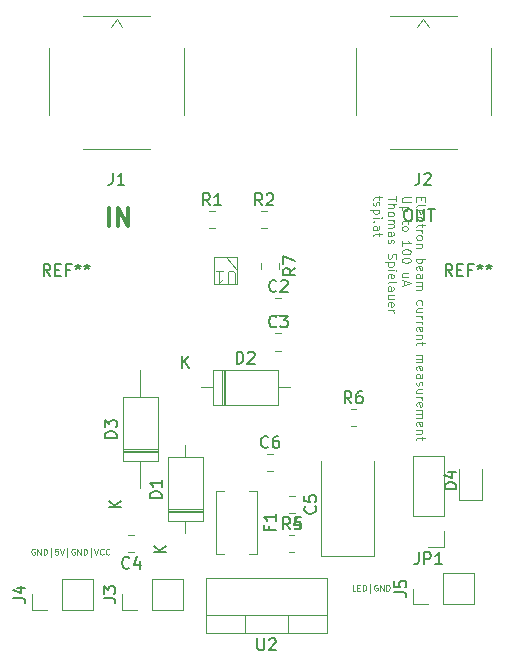
<source format=gto>
G04 #@! TF.GenerationSoftware,KiCad,Pcbnew,7.0.2*
G04 #@! TF.CreationDate,2024-02-06T18:16:05+01:00*
G04 #@! TF.ProjectId,ebeamMeasurement,65626561-6d4d-4656-9173-7572656d656e,rev?*
G04 #@! TF.SameCoordinates,Original*
G04 #@! TF.FileFunction,Legend,Top*
G04 #@! TF.FilePolarity,Positive*
%FSLAX46Y46*%
G04 Gerber Fmt 4.6, Leading zero omitted, Abs format (unit mm)*
G04 Created by KiCad (PCBNEW 7.0.2) date 2024-02-06 18:16:05*
%MOMM*%
%LPD*%
G01*
G04 APERTURE LIST*
%ADD10C,0.100000*%
%ADD11C,0.125000*%
%ADD12C,0.150000*%
%ADD13C,0.300000*%
%ADD14C,0.120000*%
G04 APERTURE END LIST*
D10*
X74779142Y-89092809D02*
X74541047Y-89092809D01*
X74541047Y-89092809D02*
X74541047Y-88592809D01*
X74945809Y-88830904D02*
X75112476Y-88830904D01*
X75183904Y-89092809D02*
X74945809Y-89092809D01*
X74945809Y-89092809D02*
X74945809Y-88592809D01*
X74945809Y-88592809D02*
X75183904Y-88592809D01*
X75398190Y-89092809D02*
X75398190Y-88592809D01*
X75398190Y-88592809D02*
X75517238Y-88592809D01*
X75517238Y-88592809D02*
X75588666Y-88616619D01*
X75588666Y-88616619D02*
X75636285Y-88664238D01*
X75636285Y-88664238D02*
X75660095Y-88711857D01*
X75660095Y-88711857D02*
X75683904Y-88807095D01*
X75683904Y-88807095D02*
X75683904Y-88878523D01*
X75683904Y-88878523D02*
X75660095Y-88973761D01*
X75660095Y-88973761D02*
X75636285Y-89021380D01*
X75636285Y-89021380D02*
X75588666Y-89069000D01*
X75588666Y-89069000D02*
X75517238Y-89092809D01*
X75517238Y-89092809D02*
X75398190Y-89092809D01*
X76017238Y-89259476D02*
X76017238Y-88545190D01*
X76636285Y-88616619D02*
X76588666Y-88592809D01*
X76588666Y-88592809D02*
X76517237Y-88592809D01*
X76517237Y-88592809D02*
X76445809Y-88616619D01*
X76445809Y-88616619D02*
X76398190Y-88664238D01*
X76398190Y-88664238D02*
X76374380Y-88711857D01*
X76374380Y-88711857D02*
X76350571Y-88807095D01*
X76350571Y-88807095D02*
X76350571Y-88878523D01*
X76350571Y-88878523D02*
X76374380Y-88973761D01*
X76374380Y-88973761D02*
X76398190Y-89021380D01*
X76398190Y-89021380D02*
X76445809Y-89069000D01*
X76445809Y-89069000D02*
X76517237Y-89092809D01*
X76517237Y-89092809D02*
X76564856Y-89092809D01*
X76564856Y-89092809D02*
X76636285Y-89069000D01*
X76636285Y-89069000D02*
X76660094Y-89045190D01*
X76660094Y-89045190D02*
X76660094Y-88878523D01*
X76660094Y-88878523D02*
X76564856Y-88878523D01*
X76874380Y-89092809D02*
X76874380Y-88592809D01*
X76874380Y-88592809D02*
X77160094Y-89092809D01*
X77160094Y-89092809D02*
X77160094Y-88592809D01*
X77398190Y-89092809D02*
X77398190Y-88592809D01*
X77398190Y-88592809D02*
X77517238Y-88592809D01*
X77517238Y-88592809D02*
X77588666Y-88616619D01*
X77588666Y-88616619D02*
X77636285Y-88664238D01*
X77636285Y-88664238D02*
X77660095Y-88711857D01*
X77660095Y-88711857D02*
X77683904Y-88807095D01*
X77683904Y-88807095D02*
X77683904Y-88878523D01*
X77683904Y-88878523D02*
X77660095Y-88973761D01*
X77660095Y-88973761D02*
X77636285Y-89021380D01*
X77636285Y-89021380D02*
X77588666Y-89069000D01*
X77588666Y-89069000D02*
X77517238Y-89092809D01*
X77517238Y-89092809D02*
X77398190Y-89092809D01*
D11*
X47624952Y-85568619D02*
X47577333Y-85544809D01*
X47577333Y-85544809D02*
X47505904Y-85544809D01*
X47505904Y-85544809D02*
X47434476Y-85568619D01*
X47434476Y-85568619D02*
X47386857Y-85616238D01*
X47386857Y-85616238D02*
X47363047Y-85663857D01*
X47363047Y-85663857D02*
X47339238Y-85759095D01*
X47339238Y-85759095D02*
X47339238Y-85830523D01*
X47339238Y-85830523D02*
X47363047Y-85925761D01*
X47363047Y-85925761D02*
X47386857Y-85973380D01*
X47386857Y-85973380D02*
X47434476Y-86021000D01*
X47434476Y-86021000D02*
X47505904Y-86044809D01*
X47505904Y-86044809D02*
X47553523Y-86044809D01*
X47553523Y-86044809D02*
X47624952Y-86021000D01*
X47624952Y-86021000D02*
X47648761Y-85997190D01*
X47648761Y-85997190D02*
X47648761Y-85830523D01*
X47648761Y-85830523D02*
X47553523Y-85830523D01*
X47863047Y-86044809D02*
X47863047Y-85544809D01*
X47863047Y-85544809D02*
X48148761Y-86044809D01*
X48148761Y-86044809D02*
X48148761Y-85544809D01*
X48386857Y-86044809D02*
X48386857Y-85544809D01*
X48386857Y-85544809D02*
X48505905Y-85544809D01*
X48505905Y-85544809D02*
X48577333Y-85568619D01*
X48577333Y-85568619D02*
X48624952Y-85616238D01*
X48624952Y-85616238D02*
X48648762Y-85663857D01*
X48648762Y-85663857D02*
X48672571Y-85759095D01*
X48672571Y-85759095D02*
X48672571Y-85830523D01*
X48672571Y-85830523D02*
X48648762Y-85925761D01*
X48648762Y-85925761D02*
X48624952Y-85973380D01*
X48624952Y-85973380D02*
X48577333Y-86021000D01*
X48577333Y-86021000D02*
X48505905Y-86044809D01*
X48505905Y-86044809D02*
X48386857Y-86044809D01*
X49005905Y-86211476D02*
X49005905Y-85497190D01*
X49601142Y-85544809D02*
X49363047Y-85544809D01*
X49363047Y-85544809D02*
X49339238Y-85782904D01*
X49339238Y-85782904D02*
X49363047Y-85759095D01*
X49363047Y-85759095D02*
X49410666Y-85735285D01*
X49410666Y-85735285D02*
X49529714Y-85735285D01*
X49529714Y-85735285D02*
X49577333Y-85759095D01*
X49577333Y-85759095D02*
X49601142Y-85782904D01*
X49601142Y-85782904D02*
X49624952Y-85830523D01*
X49624952Y-85830523D02*
X49624952Y-85949571D01*
X49624952Y-85949571D02*
X49601142Y-85997190D01*
X49601142Y-85997190D02*
X49577333Y-86021000D01*
X49577333Y-86021000D02*
X49529714Y-86044809D01*
X49529714Y-86044809D02*
X49410666Y-86044809D01*
X49410666Y-86044809D02*
X49363047Y-86021000D01*
X49363047Y-86021000D02*
X49339238Y-85997190D01*
X49767809Y-85544809D02*
X49934475Y-86044809D01*
X49934475Y-86044809D02*
X50101142Y-85544809D01*
X50386856Y-86211476D02*
X50386856Y-85497190D01*
X51005903Y-85568619D02*
X50958284Y-85544809D01*
X50958284Y-85544809D02*
X50886855Y-85544809D01*
X50886855Y-85544809D02*
X50815427Y-85568619D01*
X50815427Y-85568619D02*
X50767808Y-85616238D01*
X50767808Y-85616238D02*
X50743998Y-85663857D01*
X50743998Y-85663857D02*
X50720189Y-85759095D01*
X50720189Y-85759095D02*
X50720189Y-85830523D01*
X50720189Y-85830523D02*
X50743998Y-85925761D01*
X50743998Y-85925761D02*
X50767808Y-85973380D01*
X50767808Y-85973380D02*
X50815427Y-86021000D01*
X50815427Y-86021000D02*
X50886855Y-86044809D01*
X50886855Y-86044809D02*
X50934474Y-86044809D01*
X50934474Y-86044809D02*
X51005903Y-86021000D01*
X51005903Y-86021000D02*
X51029712Y-85997190D01*
X51029712Y-85997190D02*
X51029712Y-85830523D01*
X51029712Y-85830523D02*
X50934474Y-85830523D01*
X51243998Y-86044809D02*
X51243998Y-85544809D01*
X51243998Y-85544809D02*
X51529712Y-86044809D01*
X51529712Y-86044809D02*
X51529712Y-85544809D01*
X51767808Y-86044809D02*
X51767808Y-85544809D01*
X51767808Y-85544809D02*
X51886856Y-85544809D01*
X51886856Y-85544809D02*
X51958284Y-85568619D01*
X51958284Y-85568619D02*
X52005903Y-85616238D01*
X52005903Y-85616238D02*
X52029713Y-85663857D01*
X52029713Y-85663857D02*
X52053522Y-85759095D01*
X52053522Y-85759095D02*
X52053522Y-85830523D01*
X52053522Y-85830523D02*
X52029713Y-85925761D01*
X52029713Y-85925761D02*
X52005903Y-85973380D01*
X52005903Y-85973380D02*
X51958284Y-86021000D01*
X51958284Y-86021000D02*
X51886856Y-86044809D01*
X51886856Y-86044809D02*
X51767808Y-86044809D01*
X52386856Y-86211476D02*
X52386856Y-85497190D01*
X52672570Y-85544809D02*
X52839236Y-86044809D01*
X52839236Y-86044809D02*
X53005903Y-85544809D01*
X53458283Y-85997190D02*
X53434474Y-86021000D01*
X53434474Y-86021000D02*
X53363045Y-86044809D01*
X53363045Y-86044809D02*
X53315426Y-86044809D01*
X53315426Y-86044809D02*
X53243998Y-86021000D01*
X53243998Y-86021000D02*
X53196379Y-85973380D01*
X53196379Y-85973380D02*
X53172569Y-85925761D01*
X53172569Y-85925761D02*
X53148760Y-85830523D01*
X53148760Y-85830523D02*
X53148760Y-85759095D01*
X53148760Y-85759095D02*
X53172569Y-85663857D01*
X53172569Y-85663857D02*
X53196379Y-85616238D01*
X53196379Y-85616238D02*
X53243998Y-85568619D01*
X53243998Y-85568619D02*
X53315426Y-85544809D01*
X53315426Y-85544809D02*
X53363045Y-85544809D01*
X53363045Y-85544809D02*
X53434474Y-85568619D01*
X53434474Y-85568619D02*
X53458283Y-85592428D01*
X53958283Y-85997190D02*
X53934474Y-86021000D01*
X53934474Y-86021000D02*
X53863045Y-86044809D01*
X53863045Y-86044809D02*
X53815426Y-86044809D01*
X53815426Y-86044809D02*
X53743998Y-86021000D01*
X53743998Y-86021000D02*
X53696379Y-85973380D01*
X53696379Y-85973380D02*
X53672569Y-85925761D01*
X53672569Y-85925761D02*
X53648760Y-85830523D01*
X53648760Y-85830523D02*
X53648760Y-85759095D01*
X53648760Y-85759095D02*
X53672569Y-85663857D01*
X53672569Y-85663857D02*
X53696379Y-85616238D01*
X53696379Y-85616238D02*
X53743998Y-85568619D01*
X53743998Y-85568619D02*
X53815426Y-85544809D01*
X53815426Y-85544809D02*
X53863045Y-85544809D01*
X53863045Y-85544809D02*
X53934474Y-85568619D01*
X53934474Y-85568619D02*
X53958283Y-85592428D01*
D12*
X79168571Y-56789619D02*
X79359047Y-56789619D01*
X79359047Y-56789619D02*
X79454285Y-56837238D01*
X79454285Y-56837238D02*
X79549523Y-56932476D01*
X79549523Y-56932476D02*
X79597142Y-57122952D01*
X79597142Y-57122952D02*
X79597142Y-57456285D01*
X79597142Y-57456285D02*
X79549523Y-57646761D01*
X79549523Y-57646761D02*
X79454285Y-57742000D01*
X79454285Y-57742000D02*
X79359047Y-57789619D01*
X79359047Y-57789619D02*
X79168571Y-57789619D01*
X79168571Y-57789619D02*
X79073333Y-57742000D01*
X79073333Y-57742000D02*
X78978095Y-57646761D01*
X78978095Y-57646761D02*
X78930476Y-57456285D01*
X78930476Y-57456285D02*
X78930476Y-57122952D01*
X78930476Y-57122952D02*
X78978095Y-56932476D01*
X78978095Y-56932476D02*
X79073333Y-56837238D01*
X79073333Y-56837238D02*
X79168571Y-56789619D01*
X80025714Y-56789619D02*
X80025714Y-57599142D01*
X80025714Y-57599142D02*
X80073333Y-57694380D01*
X80073333Y-57694380D02*
X80120952Y-57742000D01*
X80120952Y-57742000D02*
X80216190Y-57789619D01*
X80216190Y-57789619D02*
X80406666Y-57789619D01*
X80406666Y-57789619D02*
X80501904Y-57742000D01*
X80501904Y-57742000D02*
X80549523Y-57694380D01*
X80549523Y-57694380D02*
X80597142Y-57599142D01*
X80597142Y-57599142D02*
X80597142Y-56789619D01*
X80930476Y-56789619D02*
X81501904Y-56789619D01*
X81216190Y-57789619D02*
X81216190Y-56789619D01*
D13*
X53951142Y-58236428D02*
X53951142Y-56736428D01*
X54665428Y-58236428D02*
X54665428Y-56736428D01*
X54665428Y-56736428D02*
X55522571Y-58236428D01*
X55522571Y-58236428D02*
X55522571Y-56736428D01*
D14*
X80329642Y-55804571D02*
X80329642Y-56054571D01*
X79936785Y-56161714D02*
X79936785Y-55804571D01*
X79936785Y-55804571D02*
X80686785Y-55804571D01*
X80686785Y-55804571D02*
X80686785Y-56161714D01*
X79936785Y-56590285D02*
X79972500Y-56518856D01*
X79972500Y-56518856D02*
X80043928Y-56483142D01*
X80043928Y-56483142D02*
X80686785Y-56483142D01*
X79972500Y-57161713D02*
X79936785Y-57090285D01*
X79936785Y-57090285D02*
X79936785Y-56947428D01*
X79936785Y-56947428D02*
X79972500Y-56875999D01*
X79972500Y-56875999D02*
X80043928Y-56840285D01*
X80043928Y-56840285D02*
X80329642Y-56840285D01*
X80329642Y-56840285D02*
X80401071Y-56875999D01*
X80401071Y-56875999D02*
X80436785Y-56947428D01*
X80436785Y-56947428D02*
X80436785Y-57090285D01*
X80436785Y-57090285D02*
X80401071Y-57161713D01*
X80401071Y-57161713D02*
X80329642Y-57197428D01*
X80329642Y-57197428D02*
X80258214Y-57197428D01*
X80258214Y-57197428D02*
X80186785Y-56840285D01*
X79972500Y-57840285D02*
X79936785Y-57768856D01*
X79936785Y-57768856D02*
X79936785Y-57625999D01*
X79936785Y-57625999D02*
X79972500Y-57554570D01*
X79972500Y-57554570D02*
X80008214Y-57518856D01*
X80008214Y-57518856D02*
X80079642Y-57483142D01*
X80079642Y-57483142D02*
X80293928Y-57483142D01*
X80293928Y-57483142D02*
X80365357Y-57518856D01*
X80365357Y-57518856D02*
X80401071Y-57554570D01*
X80401071Y-57554570D02*
X80436785Y-57625999D01*
X80436785Y-57625999D02*
X80436785Y-57768856D01*
X80436785Y-57768856D02*
X80401071Y-57840285D01*
X80436785Y-58054570D02*
X80436785Y-58340284D01*
X80686785Y-58161713D02*
X80043928Y-58161713D01*
X80043928Y-58161713D02*
X79972500Y-58197427D01*
X79972500Y-58197427D02*
X79936785Y-58268856D01*
X79936785Y-58268856D02*
X79936785Y-58340284D01*
X79936785Y-58590284D02*
X80436785Y-58590284D01*
X80293928Y-58590284D02*
X80365357Y-58625998D01*
X80365357Y-58625998D02*
X80401071Y-58661713D01*
X80401071Y-58661713D02*
X80436785Y-58733141D01*
X80436785Y-58733141D02*
X80436785Y-58804570D01*
X79936785Y-59161713D02*
X79972500Y-59090284D01*
X79972500Y-59090284D02*
X80008214Y-59054570D01*
X80008214Y-59054570D02*
X80079642Y-59018856D01*
X80079642Y-59018856D02*
X80293928Y-59018856D01*
X80293928Y-59018856D02*
X80365357Y-59054570D01*
X80365357Y-59054570D02*
X80401071Y-59090284D01*
X80401071Y-59090284D02*
X80436785Y-59161713D01*
X80436785Y-59161713D02*
X80436785Y-59268856D01*
X80436785Y-59268856D02*
X80401071Y-59340284D01*
X80401071Y-59340284D02*
X80365357Y-59375999D01*
X80365357Y-59375999D02*
X80293928Y-59411713D01*
X80293928Y-59411713D02*
X80079642Y-59411713D01*
X80079642Y-59411713D02*
X80008214Y-59375999D01*
X80008214Y-59375999D02*
X79972500Y-59340284D01*
X79972500Y-59340284D02*
X79936785Y-59268856D01*
X79936785Y-59268856D02*
X79936785Y-59161713D01*
X80436785Y-59733141D02*
X79936785Y-59733141D01*
X80365357Y-59733141D02*
X80401071Y-59768855D01*
X80401071Y-59768855D02*
X80436785Y-59840284D01*
X80436785Y-59840284D02*
X80436785Y-59947427D01*
X80436785Y-59947427D02*
X80401071Y-60018855D01*
X80401071Y-60018855D02*
X80329642Y-60054570D01*
X80329642Y-60054570D02*
X79936785Y-60054570D01*
X79936785Y-60983141D02*
X80686785Y-60983141D01*
X80401071Y-60983141D02*
X80436785Y-61054570D01*
X80436785Y-61054570D02*
X80436785Y-61197427D01*
X80436785Y-61197427D02*
X80401071Y-61268855D01*
X80401071Y-61268855D02*
X80365357Y-61304570D01*
X80365357Y-61304570D02*
X80293928Y-61340284D01*
X80293928Y-61340284D02*
X80079642Y-61340284D01*
X80079642Y-61340284D02*
X80008214Y-61304570D01*
X80008214Y-61304570D02*
X79972500Y-61268855D01*
X79972500Y-61268855D02*
X79936785Y-61197427D01*
X79936785Y-61197427D02*
X79936785Y-61054570D01*
X79936785Y-61054570D02*
X79972500Y-60983141D01*
X79972500Y-61947426D02*
X79936785Y-61875998D01*
X79936785Y-61875998D02*
X79936785Y-61733141D01*
X79936785Y-61733141D02*
X79972500Y-61661712D01*
X79972500Y-61661712D02*
X80043928Y-61625998D01*
X80043928Y-61625998D02*
X80329642Y-61625998D01*
X80329642Y-61625998D02*
X80401071Y-61661712D01*
X80401071Y-61661712D02*
X80436785Y-61733141D01*
X80436785Y-61733141D02*
X80436785Y-61875998D01*
X80436785Y-61875998D02*
X80401071Y-61947426D01*
X80401071Y-61947426D02*
X80329642Y-61983141D01*
X80329642Y-61983141D02*
X80258214Y-61983141D01*
X80258214Y-61983141D02*
X80186785Y-61625998D01*
X79936785Y-62625998D02*
X80329642Y-62625998D01*
X80329642Y-62625998D02*
X80401071Y-62590283D01*
X80401071Y-62590283D02*
X80436785Y-62518855D01*
X80436785Y-62518855D02*
X80436785Y-62375998D01*
X80436785Y-62375998D02*
X80401071Y-62304569D01*
X79972500Y-62625998D02*
X79936785Y-62554569D01*
X79936785Y-62554569D02*
X79936785Y-62375998D01*
X79936785Y-62375998D02*
X79972500Y-62304569D01*
X79972500Y-62304569D02*
X80043928Y-62268855D01*
X80043928Y-62268855D02*
X80115357Y-62268855D01*
X80115357Y-62268855D02*
X80186785Y-62304569D01*
X80186785Y-62304569D02*
X80222500Y-62375998D01*
X80222500Y-62375998D02*
X80222500Y-62554569D01*
X80222500Y-62554569D02*
X80258214Y-62625998D01*
X79936785Y-62983140D02*
X80436785Y-62983140D01*
X80365357Y-62983140D02*
X80401071Y-63018854D01*
X80401071Y-63018854D02*
X80436785Y-63090283D01*
X80436785Y-63090283D02*
X80436785Y-63197426D01*
X80436785Y-63197426D02*
X80401071Y-63268854D01*
X80401071Y-63268854D02*
X80329642Y-63304569D01*
X80329642Y-63304569D02*
X79936785Y-63304569D01*
X80329642Y-63304569D02*
X80401071Y-63340283D01*
X80401071Y-63340283D02*
X80436785Y-63411711D01*
X80436785Y-63411711D02*
X80436785Y-63518854D01*
X80436785Y-63518854D02*
X80401071Y-63590283D01*
X80401071Y-63590283D02*
X80329642Y-63625997D01*
X80329642Y-63625997D02*
X79936785Y-63625997D01*
X79972500Y-64875998D02*
X79936785Y-64804569D01*
X79936785Y-64804569D02*
X79936785Y-64661712D01*
X79936785Y-64661712D02*
X79972500Y-64590283D01*
X79972500Y-64590283D02*
X80008214Y-64554569D01*
X80008214Y-64554569D02*
X80079642Y-64518855D01*
X80079642Y-64518855D02*
X80293928Y-64518855D01*
X80293928Y-64518855D02*
X80365357Y-64554569D01*
X80365357Y-64554569D02*
X80401071Y-64590283D01*
X80401071Y-64590283D02*
X80436785Y-64661712D01*
X80436785Y-64661712D02*
X80436785Y-64804569D01*
X80436785Y-64804569D02*
X80401071Y-64875998D01*
X80436785Y-65518855D02*
X79936785Y-65518855D01*
X80436785Y-65197426D02*
X80043928Y-65197426D01*
X80043928Y-65197426D02*
X79972500Y-65233140D01*
X79972500Y-65233140D02*
X79936785Y-65304569D01*
X79936785Y-65304569D02*
X79936785Y-65411712D01*
X79936785Y-65411712D02*
X79972500Y-65483140D01*
X79972500Y-65483140D02*
X80008214Y-65518855D01*
X79936785Y-65875997D02*
X80436785Y-65875997D01*
X80293928Y-65875997D02*
X80365357Y-65911711D01*
X80365357Y-65911711D02*
X80401071Y-65947426D01*
X80401071Y-65947426D02*
X80436785Y-66018854D01*
X80436785Y-66018854D02*
X80436785Y-66090283D01*
X79936785Y-66340283D02*
X80436785Y-66340283D01*
X80293928Y-66340283D02*
X80365357Y-66375997D01*
X80365357Y-66375997D02*
X80401071Y-66411712D01*
X80401071Y-66411712D02*
X80436785Y-66483140D01*
X80436785Y-66483140D02*
X80436785Y-66554569D01*
X79972500Y-67090283D02*
X79936785Y-67018855D01*
X79936785Y-67018855D02*
X79936785Y-66875998D01*
X79936785Y-66875998D02*
X79972500Y-66804569D01*
X79972500Y-66804569D02*
X80043928Y-66768855D01*
X80043928Y-66768855D02*
X80329642Y-66768855D01*
X80329642Y-66768855D02*
X80401071Y-66804569D01*
X80401071Y-66804569D02*
X80436785Y-66875998D01*
X80436785Y-66875998D02*
X80436785Y-67018855D01*
X80436785Y-67018855D02*
X80401071Y-67090283D01*
X80401071Y-67090283D02*
X80329642Y-67125998D01*
X80329642Y-67125998D02*
X80258214Y-67125998D01*
X80258214Y-67125998D02*
X80186785Y-66768855D01*
X80436785Y-67447426D02*
X79936785Y-67447426D01*
X80365357Y-67447426D02*
X80401071Y-67483140D01*
X80401071Y-67483140D02*
X80436785Y-67554569D01*
X80436785Y-67554569D02*
X80436785Y-67661712D01*
X80436785Y-67661712D02*
X80401071Y-67733140D01*
X80401071Y-67733140D02*
X80329642Y-67768855D01*
X80329642Y-67768855D02*
X79936785Y-67768855D01*
X80436785Y-68018854D02*
X80436785Y-68304568D01*
X80686785Y-68125997D02*
X80043928Y-68125997D01*
X80043928Y-68125997D02*
X79972500Y-68161711D01*
X79972500Y-68161711D02*
X79936785Y-68233140D01*
X79936785Y-68233140D02*
X79936785Y-68304568D01*
X79936785Y-69125997D02*
X80436785Y-69125997D01*
X80365357Y-69125997D02*
X80401071Y-69161711D01*
X80401071Y-69161711D02*
X80436785Y-69233140D01*
X80436785Y-69233140D02*
X80436785Y-69340283D01*
X80436785Y-69340283D02*
X80401071Y-69411711D01*
X80401071Y-69411711D02*
X80329642Y-69447426D01*
X80329642Y-69447426D02*
X79936785Y-69447426D01*
X80329642Y-69447426D02*
X80401071Y-69483140D01*
X80401071Y-69483140D02*
X80436785Y-69554568D01*
X80436785Y-69554568D02*
X80436785Y-69661711D01*
X80436785Y-69661711D02*
X80401071Y-69733140D01*
X80401071Y-69733140D02*
X80329642Y-69768854D01*
X80329642Y-69768854D02*
X79936785Y-69768854D01*
X79972500Y-70411711D02*
X79936785Y-70340283D01*
X79936785Y-70340283D02*
X79936785Y-70197426D01*
X79936785Y-70197426D02*
X79972500Y-70125997D01*
X79972500Y-70125997D02*
X80043928Y-70090283D01*
X80043928Y-70090283D02*
X80329642Y-70090283D01*
X80329642Y-70090283D02*
X80401071Y-70125997D01*
X80401071Y-70125997D02*
X80436785Y-70197426D01*
X80436785Y-70197426D02*
X80436785Y-70340283D01*
X80436785Y-70340283D02*
X80401071Y-70411711D01*
X80401071Y-70411711D02*
X80329642Y-70447426D01*
X80329642Y-70447426D02*
X80258214Y-70447426D01*
X80258214Y-70447426D02*
X80186785Y-70090283D01*
X79936785Y-71090283D02*
X80329642Y-71090283D01*
X80329642Y-71090283D02*
X80401071Y-71054568D01*
X80401071Y-71054568D02*
X80436785Y-70983140D01*
X80436785Y-70983140D02*
X80436785Y-70840283D01*
X80436785Y-70840283D02*
X80401071Y-70768854D01*
X79972500Y-71090283D02*
X79936785Y-71018854D01*
X79936785Y-71018854D02*
X79936785Y-70840283D01*
X79936785Y-70840283D02*
X79972500Y-70768854D01*
X79972500Y-70768854D02*
X80043928Y-70733140D01*
X80043928Y-70733140D02*
X80115357Y-70733140D01*
X80115357Y-70733140D02*
X80186785Y-70768854D01*
X80186785Y-70768854D02*
X80222500Y-70840283D01*
X80222500Y-70840283D02*
X80222500Y-71018854D01*
X80222500Y-71018854D02*
X80258214Y-71090283D01*
X79972500Y-71411711D02*
X79936785Y-71483139D01*
X79936785Y-71483139D02*
X79936785Y-71625996D01*
X79936785Y-71625996D02*
X79972500Y-71697425D01*
X79972500Y-71697425D02*
X80043928Y-71733139D01*
X80043928Y-71733139D02*
X80079642Y-71733139D01*
X80079642Y-71733139D02*
X80151071Y-71697425D01*
X80151071Y-71697425D02*
X80186785Y-71625996D01*
X80186785Y-71625996D02*
X80186785Y-71518854D01*
X80186785Y-71518854D02*
X80222500Y-71447425D01*
X80222500Y-71447425D02*
X80293928Y-71411711D01*
X80293928Y-71411711D02*
X80329642Y-71411711D01*
X80329642Y-71411711D02*
X80401071Y-71447425D01*
X80401071Y-71447425D02*
X80436785Y-71518854D01*
X80436785Y-71518854D02*
X80436785Y-71625996D01*
X80436785Y-71625996D02*
X80401071Y-71697425D01*
X80436785Y-72375997D02*
X79936785Y-72375997D01*
X80436785Y-72054568D02*
X80043928Y-72054568D01*
X80043928Y-72054568D02*
X79972500Y-72090282D01*
X79972500Y-72090282D02*
X79936785Y-72161711D01*
X79936785Y-72161711D02*
X79936785Y-72268854D01*
X79936785Y-72268854D02*
X79972500Y-72340282D01*
X79972500Y-72340282D02*
X80008214Y-72375997D01*
X79936785Y-72733139D02*
X80436785Y-72733139D01*
X80293928Y-72733139D02*
X80365357Y-72768853D01*
X80365357Y-72768853D02*
X80401071Y-72804568D01*
X80401071Y-72804568D02*
X80436785Y-72875996D01*
X80436785Y-72875996D02*
X80436785Y-72947425D01*
X79972500Y-73483139D02*
X79936785Y-73411711D01*
X79936785Y-73411711D02*
X79936785Y-73268854D01*
X79936785Y-73268854D02*
X79972500Y-73197425D01*
X79972500Y-73197425D02*
X80043928Y-73161711D01*
X80043928Y-73161711D02*
X80329642Y-73161711D01*
X80329642Y-73161711D02*
X80401071Y-73197425D01*
X80401071Y-73197425D02*
X80436785Y-73268854D01*
X80436785Y-73268854D02*
X80436785Y-73411711D01*
X80436785Y-73411711D02*
X80401071Y-73483139D01*
X80401071Y-73483139D02*
X80329642Y-73518854D01*
X80329642Y-73518854D02*
X80258214Y-73518854D01*
X80258214Y-73518854D02*
X80186785Y-73161711D01*
X79936785Y-73840282D02*
X80436785Y-73840282D01*
X80365357Y-73840282D02*
X80401071Y-73875996D01*
X80401071Y-73875996D02*
X80436785Y-73947425D01*
X80436785Y-73947425D02*
X80436785Y-74054568D01*
X80436785Y-74054568D02*
X80401071Y-74125996D01*
X80401071Y-74125996D02*
X80329642Y-74161711D01*
X80329642Y-74161711D02*
X79936785Y-74161711D01*
X80329642Y-74161711D02*
X80401071Y-74197425D01*
X80401071Y-74197425D02*
X80436785Y-74268853D01*
X80436785Y-74268853D02*
X80436785Y-74375996D01*
X80436785Y-74375996D02*
X80401071Y-74447425D01*
X80401071Y-74447425D02*
X80329642Y-74483139D01*
X80329642Y-74483139D02*
X79936785Y-74483139D01*
X79972500Y-75125996D02*
X79936785Y-75054568D01*
X79936785Y-75054568D02*
X79936785Y-74911711D01*
X79936785Y-74911711D02*
X79972500Y-74840282D01*
X79972500Y-74840282D02*
X80043928Y-74804568D01*
X80043928Y-74804568D02*
X80329642Y-74804568D01*
X80329642Y-74804568D02*
X80401071Y-74840282D01*
X80401071Y-74840282D02*
X80436785Y-74911711D01*
X80436785Y-74911711D02*
X80436785Y-75054568D01*
X80436785Y-75054568D02*
X80401071Y-75125996D01*
X80401071Y-75125996D02*
X80329642Y-75161711D01*
X80329642Y-75161711D02*
X80258214Y-75161711D01*
X80258214Y-75161711D02*
X80186785Y-74804568D01*
X80436785Y-75483139D02*
X79936785Y-75483139D01*
X80365357Y-75483139D02*
X80401071Y-75518853D01*
X80401071Y-75518853D02*
X80436785Y-75590282D01*
X80436785Y-75590282D02*
X80436785Y-75697425D01*
X80436785Y-75697425D02*
X80401071Y-75768853D01*
X80401071Y-75768853D02*
X80329642Y-75804568D01*
X80329642Y-75804568D02*
X79936785Y-75804568D01*
X80436785Y-76054567D02*
X80436785Y-76340281D01*
X80686785Y-76161710D02*
X80043928Y-76161710D01*
X80043928Y-76161710D02*
X79972500Y-76197424D01*
X79972500Y-76197424D02*
X79936785Y-76268853D01*
X79936785Y-76268853D02*
X79936785Y-76340281D01*
X79471785Y-55804571D02*
X78864642Y-55804571D01*
X78864642Y-55804571D02*
X78793214Y-55840285D01*
X78793214Y-55840285D02*
X78757500Y-55876000D01*
X78757500Y-55876000D02*
X78721785Y-55947428D01*
X78721785Y-55947428D02*
X78721785Y-56090285D01*
X78721785Y-56090285D02*
X78757500Y-56161714D01*
X78757500Y-56161714D02*
X78793214Y-56197428D01*
X78793214Y-56197428D02*
X78864642Y-56233142D01*
X78864642Y-56233142D02*
X79471785Y-56233142D01*
X79221785Y-56590285D02*
X78471785Y-56590285D01*
X79186071Y-56590285D02*
X79221785Y-56661714D01*
X79221785Y-56661714D02*
X79221785Y-56804571D01*
X79221785Y-56804571D02*
X79186071Y-56875999D01*
X79186071Y-56875999D02*
X79150357Y-56911714D01*
X79150357Y-56911714D02*
X79078928Y-56947428D01*
X79078928Y-56947428D02*
X78864642Y-56947428D01*
X78864642Y-56947428D02*
X78793214Y-56911714D01*
X78793214Y-56911714D02*
X78757500Y-56875999D01*
X78757500Y-56875999D02*
X78721785Y-56804571D01*
X78721785Y-56804571D02*
X78721785Y-56661714D01*
X78721785Y-56661714D02*
X78757500Y-56590285D01*
X79221785Y-57733142D02*
X79221785Y-58018856D01*
X79471785Y-57840285D02*
X78828928Y-57840285D01*
X78828928Y-57840285D02*
X78757500Y-57875999D01*
X78757500Y-57875999D02*
X78721785Y-57947428D01*
X78721785Y-57947428D02*
X78721785Y-58018856D01*
X78721785Y-58375999D02*
X78757500Y-58304570D01*
X78757500Y-58304570D02*
X78793214Y-58268856D01*
X78793214Y-58268856D02*
X78864642Y-58233142D01*
X78864642Y-58233142D02*
X79078928Y-58233142D01*
X79078928Y-58233142D02*
X79150357Y-58268856D01*
X79150357Y-58268856D02*
X79186071Y-58304570D01*
X79186071Y-58304570D02*
X79221785Y-58375999D01*
X79221785Y-58375999D02*
X79221785Y-58483142D01*
X79221785Y-58483142D02*
X79186071Y-58554570D01*
X79186071Y-58554570D02*
X79150357Y-58590285D01*
X79150357Y-58590285D02*
X79078928Y-58625999D01*
X79078928Y-58625999D02*
X78864642Y-58625999D01*
X78864642Y-58625999D02*
X78793214Y-58590285D01*
X78793214Y-58590285D02*
X78757500Y-58554570D01*
X78757500Y-58554570D02*
X78721785Y-58483142D01*
X78721785Y-58483142D02*
X78721785Y-58375999D01*
X78721785Y-59911713D02*
X78721785Y-59483142D01*
X78721785Y-59697427D02*
X79471785Y-59697427D01*
X79471785Y-59697427D02*
X79364642Y-59625999D01*
X79364642Y-59625999D02*
X79293214Y-59554570D01*
X79293214Y-59554570D02*
X79257500Y-59483142D01*
X79471785Y-60375999D02*
X79471785Y-60447428D01*
X79471785Y-60447428D02*
X79436071Y-60518856D01*
X79436071Y-60518856D02*
X79400357Y-60554571D01*
X79400357Y-60554571D02*
X79328928Y-60590285D01*
X79328928Y-60590285D02*
X79186071Y-60625999D01*
X79186071Y-60625999D02*
X79007500Y-60625999D01*
X79007500Y-60625999D02*
X78864642Y-60590285D01*
X78864642Y-60590285D02*
X78793214Y-60554571D01*
X78793214Y-60554571D02*
X78757500Y-60518856D01*
X78757500Y-60518856D02*
X78721785Y-60447428D01*
X78721785Y-60447428D02*
X78721785Y-60375999D01*
X78721785Y-60375999D02*
X78757500Y-60304571D01*
X78757500Y-60304571D02*
X78793214Y-60268856D01*
X78793214Y-60268856D02*
X78864642Y-60233142D01*
X78864642Y-60233142D02*
X79007500Y-60197428D01*
X79007500Y-60197428D02*
X79186071Y-60197428D01*
X79186071Y-60197428D02*
X79328928Y-60233142D01*
X79328928Y-60233142D02*
X79400357Y-60268856D01*
X79400357Y-60268856D02*
X79436071Y-60304571D01*
X79436071Y-60304571D02*
X79471785Y-60375999D01*
X79471785Y-61090285D02*
X79471785Y-61161714D01*
X79471785Y-61161714D02*
X79436071Y-61233142D01*
X79436071Y-61233142D02*
X79400357Y-61268857D01*
X79400357Y-61268857D02*
X79328928Y-61304571D01*
X79328928Y-61304571D02*
X79186071Y-61340285D01*
X79186071Y-61340285D02*
X79007500Y-61340285D01*
X79007500Y-61340285D02*
X78864642Y-61304571D01*
X78864642Y-61304571D02*
X78793214Y-61268857D01*
X78793214Y-61268857D02*
X78757500Y-61233142D01*
X78757500Y-61233142D02*
X78721785Y-61161714D01*
X78721785Y-61161714D02*
X78721785Y-61090285D01*
X78721785Y-61090285D02*
X78757500Y-61018857D01*
X78757500Y-61018857D02*
X78793214Y-60983142D01*
X78793214Y-60983142D02*
X78864642Y-60947428D01*
X78864642Y-60947428D02*
X79007500Y-60911714D01*
X79007500Y-60911714D02*
X79186071Y-60911714D01*
X79186071Y-60911714D02*
X79328928Y-60947428D01*
X79328928Y-60947428D02*
X79400357Y-60983142D01*
X79400357Y-60983142D02*
X79436071Y-61018857D01*
X79436071Y-61018857D02*
X79471785Y-61090285D01*
X79221785Y-62554572D02*
X78721785Y-62554572D01*
X79221785Y-62233143D02*
X78828928Y-62233143D01*
X78828928Y-62233143D02*
X78757500Y-62268857D01*
X78757500Y-62268857D02*
X78721785Y-62340286D01*
X78721785Y-62340286D02*
X78721785Y-62447429D01*
X78721785Y-62447429D02*
X78757500Y-62518857D01*
X78757500Y-62518857D02*
X78793214Y-62554572D01*
X78936071Y-62876000D02*
X78936071Y-63233143D01*
X78721785Y-62804571D02*
X79471785Y-63054571D01*
X79471785Y-63054571D02*
X78721785Y-63304571D01*
X78256785Y-55697428D02*
X78256785Y-56126000D01*
X77506785Y-55911714D02*
X78256785Y-55911714D01*
X77506785Y-56376000D02*
X78256785Y-56376000D01*
X77506785Y-56697429D02*
X77899642Y-56697429D01*
X77899642Y-56697429D02*
X77971071Y-56661714D01*
X77971071Y-56661714D02*
X78006785Y-56590286D01*
X78006785Y-56590286D02*
X78006785Y-56483143D01*
X78006785Y-56483143D02*
X77971071Y-56411714D01*
X77971071Y-56411714D02*
X77935357Y-56376000D01*
X77506785Y-57161714D02*
X77542500Y-57090285D01*
X77542500Y-57090285D02*
X77578214Y-57054571D01*
X77578214Y-57054571D02*
X77649642Y-57018857D01*
X77649642Y-57018857D02*
X77863928Y-57018857D01*
X77863928Y-57018857D02*
X77935357Y-57054571D01*
X77935357Y-57054571D02*
X77971071Y-57090285D01*
X77971071Y-57090285D02*
X78006785Y-57161714D01*
X78006785Y-57161714D02*
X78006785Y-57268857D01*
X78006785Y-57268857D02*
X77971071Y-57340285D01*
X77971071Y-57340285D02*
X77935357Y-57376000D01*
X77935357Y-57376000D02*
X77863928Y-57411714D01*
X77863928Y-57411714D02*
X77649642Y-57411714D01*
X77649642Y-57411714D02*
X77578214Y-57376000D01*
X77578214Y-57376000D02*
X77542500Y-57340285D01*
X77542500Y-57340285D02*
X77506785Y-57268857D01*
X77506785Y-57268857D02*
X77506785Y-57161714D01*
X77506785Y-57733142D02*
X78006785Y-57733142D01*
X77935357Y-57733142D02*
X77971071Y-57768856D01*
X77971071Y-57768856D02*
X78006785Y-57840285D01*
X78006785Y-57840285D02*
X78006785Y-57947428D01*
X78006785Y-57947428D02*
X77971071Y-58018856D01*
X77971071Y-58018856D02*
X77899642Y-58054571D01*
X77899642Y-58054571D02*
X77506785Y-58054571D01*
X77899642Y-58054571D02*
X77971071Y-58090285D01*
X77971071Y-58090285D02*
X78006785Y-58161713D01*
X78006785Y-58161713D02*
X78006785Y-58268856D01*
X78006785Y-58268856D02*
X77971071Y-58340285D01*
X77971071Y-58340285D02*
X77899642Y-58375999D01*
X77899642Y-58375999D02*
X77506785Y-58375999D01*
X77506785Y-59054571D02*
X77899642Y-59054571D01*
X77899642Y-59054571D02*
X77971071Y-59018856D01*
X77971071Y-59018856D02*
X78006785Y-58947428D01*
X78006785Y-58947428D02*
X78006785Y-58804571D01*
X78006785Y-58804571D02*
X77971071Y-58733142D01*
X77542500Y-59054571D02*
X77506785Y-58983142D01*
X77506785Y-58983142D02*
X77506785Y-58804571D01*
X77506785Y-58804571D02*
X77542500Y-58733142D01*
X77542500Y-58733142D02*
X77613928Y-58697428D01*
X77613928Y-58697428D02*
X77685357Y-58697428D01*
X77685357Y-58697428D02*
X77756785Y-58733142D01*
X77756785Y-58733142D02*
X77792500Y-58804571D01*
X77792500Y-58804571D02*
X77792500Y-58983142D01*
X77792500Y-58983142D02*
X77828214Y-59054571D01*
X77542500Y-59375999D02*
X77506785Y-59447427D01*
X77506785Y-59447427D02*
X77506785Y-59590284D01*
X77506785Y-59590284D02*
X77542500Y-59661713D01*
X77542500Y-59661713D02*
X77613928Y-59697427D01*
X77613928Y-59697427D02*
X77649642Y-59697427D01*
X77649642Y-59697427D02*
X77721071Y-59661713D01*
X77721071Y-59661713D02*
X77756785Y-59590284D01*
X77756785Y-59590284D02*
X77756785Y-59483142D01*
X77756785Y-59483142D02*
X77792500Y-59411713D01*
X77792500Y-59411713D02*
X77863928Y-59375999D01*
X77863928Y-59375999D02*
X77899642Y-59375999D01*
X77899642Y-59375999D02*
X77971071Y-59411713D01*
X77971071Y-59411713D02*
X78006785Y-59483142D01*
X78006785Y-59483142D02*
X78006785Y-59590284D01*
X78006785Y-59590284D02*
X77971071Y-59661713D01*
X77542500Y-60554571D02*
X77506785Y-60661714D01*
X77506785Y-60661714D02*
X77506785Y-60840285D01*
X77506785Y-60840285D02*
X77542500Y-60911714D01*
X77542500Y-60911714D02*
X77578214Y-60947428D01*
X77578214Y-60947428D02*
X77649642Y-60983142D01*
X77649642Y-60983142D02*
X77721071Y-60983142D01*
X77721071Y-60983142D02*
X77792500Y-60947428D01*
X77792500Y-60947428D02*
X77828214Y-60911714D01*
X77828214Y-60911714D02*
X77863928Y-60840285D01*
X77863928Y-60840285D02*
X77899642Y-60697428D01*
X77899642Y-60697428D02*
X77935357Y-60625999D01*
X77935357Y-60625999D02*
X77971071Y-60590285D01*
X77971071Y-60590285D02*
X78042500Y-60554571D01*
X78042500Y-60554571D02*
X78113928Y-60554571D01*
X78113928Y-60554571D02*
X78185357Y-60590285D01*
X78185357Y-60590285D02*
X78221071Y-60625999D01*
X78221071Y-60625999D02*
X78256785Y-60697428D01*
X78256785Y-60697428D02*
X78256785Y-60875999D01*
X78256785Y-60875999D02*
X78221071Y-60983142D01*
X78006785Y-61304571D02*
X77256785Y-61304571D01*
X77971071Y-61304571D02*
X78006785Y-61376000D01*
X78006785Y-61376000D02*
X78006785Y-61518857D01*
X78006785Y-61518857D02*
X77971071Y-61590285D01*
X77971071Y-61590285D02*
X77935357Y-61626000D01*
X77935357Y-61626000D02*
X77863928Y-61661714D01*
X77863928Y-61661714D02*
X77649642Y-61661714D01*
X77649642Y-61661714D02*
X77578214Y-61626000D01*
X77578214Y-61626000D02*
X77542500Y-61590285D01*
X77542500Y-61590285D02*
X77506785Y-61518857D01*
X77506785Y-61518857D02*
X77506785Y-61376000D01*
X77506785Y-61376000D02*
X77542500Y-61304571D01*
X77506785Y-61983142D02*
X78006785Y-61983142D01*
X78256785Y-61983142D02*
X78221071Y-61947428D01*
X78221071Y-61947428D02*
X78185357Y-61983142D01*
X78185357Y-61983142D02*
X78221071Y-62018856D01*
X78221071Y-62018856D02*
X78256785Y-61983142D01*
X78256785Y-61983142D02*
X78185357Y-61983142D01*
X77542500Y-62625999D02*
X77506785Y-62554571D01*
X77506785Y-62554571D02*
X77506785Y-62411714D01*
X77506785Y-62411714D02*
X77542500Y-62340285D01*
X77542500Y-62340285D02*
X77613928Y-62304571D01*
X77613928Y-62304571D02*
X77899642Y-62304571D01*
X77899642Y-62304571D02*
X77971071Y-62340285D01*
X77971071Y-62340285D02*
X78006785Y-62411714D01*
X78006785Y-62411714D02*
X78006785Y-62554571D01*
X78006785Y-62554571D02*
X77971071Y-62625999D01*
X77971071Y-62625999D02*
X77899642Y-62661714D01*
X77899642Y-62661714D02*
X77828214Y-62661714D01*
X77828214Y-62661714D02*
X77756785Y-62304571D01*
X77506785Y-63090285D02*
X77542500Y-63018856D01*
X77542500Y-63018856D02*
X77613928Y-62983142D01*
X77613928Y-62983142D02*
X78256785Y-62983142D01*
X77506785Y-63697428D02*
X77899642Y-63697428D01*
X77899642Y-63697428D02*
X77971071Y-63661713D01*
X77971071Y-63661713D02*
X78006785Y-63590285D01*
X78006785Y-63590285D02*
X78006785Y-63447428D01*
X78006785Y-63447428D02*
X77971071Y-63375999D01*
X77542500Y-63697428D02*
X77506785Y-63625999D01*
X77506785Y-63625999D02*
X77506785Y-63447428D01*
X77506785Y-63447428D02*
X77542500Y-63375999D01*
X77542500Y-63375999D02*
X77613928Y-63340285D01*
X77613928Y-63340285D02*
X77685357Y-63340285D01*
X77685357Y-63340285D02*
X77756785Y-63375999D01*
X77756785Y-63375999D02*
X77792500Y-63447428D01*
X77792500Y-63447428D02*
X77792500Y-63625999D01*
X77792500Y-63625999D02*
X77828214Y-63697428D01*
X78006785Y-64375999D02*
X77506785Y-64375999D01*
X78006785Y-64054570D02*
X77613928Y-64054570D01*
X77613928Y-64054570D02*
X77542500Y-64090284D01*
X77542500Y-64090284D02*
X77506785Y-64161713D01*
X77506785Y-64161713D02*
X77506785Y-64268856D01*
X77506785Y-64268856D02*
X77542500Y-64340284D01*
X77542500Y-64340284D02*
X77578214Y-64375999D01*
X77542500Y-65018855D02*
X77506785Y-64947427D01*
X77506785Y-64947427D02*
X77506785Y-64804570D01*
X77506785Y-64804570D02*
X77542500Y-64733141D01*
X77542500Y-64733141D02*
X77613928Y-64697427D01*
X77613928Y-64697427D02*
X77899642Y-64697427D01*
X77899642Y-64697427D02*
X77971071Y-64733141D01*
X77971071Y-64733141D02*
X78006785Y-64804570D01*
X78006785Y-64804570D02*
X78006785Y-64947427D01*
X78006785Y-64947427D02*
X77971071Y-65018855D01*
X77971071Y-65018855D02*
X77899642Y-65054570D01*
X77899642Y-65054570D02*
X77828214Y-65054570D01*
X77828214Y-65054570D02*
X77756785Y-64697427D01*
X77506785Y-65375998D02*
X78006785Y-65375998D01*
X77863928Y-65375998D02*
X77935357Y-65411712D01*
X77935357Y-65411712D02*
X77971071Y-65447427D01*
X77971071Y-65447427D02*
X78006785Y-65518855D01*
X78006785Y-65518855D02*
X78006785Y-65590284D01*
X76791785Y-55697428D02*
X76791785Y-55983142D01*
X77041785Y-55804571D02*
X76398928Y-55804571D01*
X76398928Y-55804571D02*
X76327500Y-55840285D01*
X76327500Y-55840285D02*
X76291785Y-55911714D01*
X76291785Y-55911714D02*
X76291785Y-55983142D01*
X76327500Y-56197428D02*
X76291785Y-56268856D01*
X76291785Y-56268856D02*
X76291785Y-56411713D01*
X76291785Y-56411713D02*
X76327500Y-56483142D01*
X76327500Y-56483142D02*
X76398928Y-56518856D01*
X76398928Y-56518856D02*
X76434642Y-56518856D01*
X76434642Y-56518856D02*
X76506071Y-56483142D01*
X76506071Y-56483142D02*
X76541785Y-56411713D01*
X76541785Y-56411713D02*
X76541785Y-56304571D01*
X76541785Y-56304571D02*
X76577500Y-56233142D01*
X76577500Y-56233142D02*
X76648928Y-56197428D01*
X76648928Y-56197428D02*
X76684642Y-56197428D01*
X76684642Y-56197428D02*
X76756071Y-56233142D01*
X76756071Y-56233142D02*
X76791785Y-56304571D01*
X76791785Y-56304571D02*
X76791785Y-56411713D01*
X76791785Y-56411713D02*
X76756071Y-56483142D01*
X76791785Y-56840285D02*
X76041785Y-56840285D01*
X76756071Y-56840285D02*
X76791785Y-56911714D01*
X76791785Y-56911714D02*
X76791785Y-57054571D01*
X76791785Y-57054571D02*
X76756071Y-57125999D01*
X76756071Y-57125999D02*
X76720357Y-57161714D01*
X76720357Y-57161714D02*
X76648928Y-57197428D01*
X76648928Y-57197428D02*
X76434642Y-57197428D01*
X76434642Y-57197428D02*
X76363214Y-57161714D01*
X76363214Y-57161714D02*
X76327500Y-57125999D01*
X76327500Y-57125999D02*
X76291785Y-57054571D01*
X76291785Y-57054571D02*
X76291785Y-56911714D01*
X76291785Y-56911714D02*
X76327500Y-56840285D01*
X76291785Y-57518856D02*
X76791785Y-57518856D01*
X77041785Y-57518856D02*
X77006071Y-57483142D01*
X77006071Y-57483142D02*
X76970357Y-57518856D01*
X76970357Y-57518856D02*
X77006071Y-57554570D01*
X77006071Y-57554570D02*
X77041785Y-57518856D01*
X77041785Y-57518856D02*
X76970357Y-57518856D01*
X76363214Y-57875999D02*
X76327500Y-57911713D01*
X76327500Y-57911713D02*
X76291785Y-57875999D01*
X76291785Y-57875999D02*
X76327500Y-57840285D01*
X76327500Y-57840285D02*
X76363214Y-57875999D01*
X76363214Y-57875999D02*
X76291785Y-57875999D01*
X76291785Y-58554571D02*
X76684642Y-58554571D01*
X76684642Y-58554571D02*
X76756071Y-58518856D01*
X76756071Y-58518856D02*
X76791785Y-58447428D01*
X76791785Y-58447428D02*
X76791785Y-58304571D01*
X76791785Y-58304571D02*
X76756071Y-58233142D01*
X76327500Y-58554571D02*
X76291785Y-58483142D01*
X76291785Y-58483142D02*
X76291785Y-58304571D01*
X76291785Y-58304571D02*
X76327500Y-58233142D01*
X76327500Y-58233142D02*
X76398928Y-58197428D01*
X76398928Y-58197428D02*
X76470357Y-58197428D01*
X76470357Y-58197428D02*
X76541785Y-58233142D01*
X76541785Y-58233142D02*
X76577500Y-58304571D01*
X76577500Y-58304571D02*
X76577500Y-58483142D01*
X76577500Y-58483142D02*
X76613214Y-58554571D01*
X76791785Y-58804570D02*
X76791785Y-59090284D01*
X77041785Y-58911713D02*
X76398928Y-58911713D01*
X76398928Y-58911713D02*
X76327500Y-58947427D01*
X76327500Y-58947427D02*
X76291785Y-59018856D01*
X76291785Y-59018856D02*
X76291785Y-59090284D01*
D12*
G04 #@! TO.C,REF\u002A\u002A*
X48958666Y-62448619D02*
X48625333Y-61972428D01*
X48387238Y-62448619D02*
X48387238Y-61448619D01*
X48387238Y-61448619D02*
X48768190Y-61448619D01*
X48768190Y-61448619D02*
X48863428Y-61496238D01*
X48863428Y-61496238D02*
X48911047Y-61543857D01*
X48911047Y-61543857D02*
X48958666Y-61639095D01*
X48958666Y-61639095D02*
X48958666Y-61781952D01*
X48958666Y-61781952D02*
X48911047Y-61877190D01*
X48911047Y-61877190D02*
X48863428Y-61924809D01*
X48863428Y-61924809D02*
X48768190Y-61972428D01*
X48768190Y-61972428D02*
X48387238Y-61972428D01*
X49387238Y-61924809D02*
X49720571Y-61924809D01*
X49863428Y-62448619D02*
X49387238Y-62448619D01*
X49387238Y-62448619D02*
X49387238Y-61448619D01*
X49387238Y-61448619D02*
X49863428Y-61448619D01*
X50625333Y-61924809D02*
X50292000Y-61924809D01*
X50292000Y-62448619D02*
X50292000Y-61448619D01*
X50292000Y-61448619D02*
X50768190Y-61448619D01*
X51292000Y-61448619D02*
X51292000Y-61686714D01*
X51053905Y-61591476D02*
X51292000Y-61686714D01*
X51292000Y-61686714D02*
X51530095Y-61591476D01*
X51149143Y-61877190D02*
X51292000Y-61686714D01*
X51292000Y-61686714D02*
X51434857Y-61877190D01*
X52053905Y-61448619D02*
X52053905Y-61686714D01*
X51815810Y-61591476D02*
X52053905Y-61686714D01*
X52053905Y-61686714D02*
X52292000Y-61591476D01*
X51911048Y-61877190D02*
X52053905Y-61686714D01*
X52053905Y-61686714D02*
X52196762Y-61877190D01*
X82994666Y-62448619D02*
X82661333Y-61972428D01*
X82423238Y-62448619D02*
X82423238Y-61448619D01*
X82423238Y-61448619D02*
X82804190Y-61448619D01*
X82804190Y-61448619D02*
X82899428Y-61496238D01*
X82899428Y-61496238D02*
X82947047Y-61543857D01*
X82947047Y-61543857D02*
X82994666Y-61639095D01*
X82994666Y-61639095D02*
X82994666Y-61781952D01*
X82994666Y-61781952D02*
X82947047Y-61877190D01*
X82947047Y-61877190D02*
X82899428Y-61924809D01*
X82899428Y-61924809D02*
X82804190Y-61972428D01*
X82804190Y-61972428D02*
X82423238Y-61972428D01*
X83423238Y-61924809D02*
X83756571Y-61924809D01*
X83899428Y-62448619D02*
X83423238Y-62448619D01*
X83423238Y-62448619D02*
X83423238Y-61448619D01*
X83423238Y-61448619D02*
X83899428Y-61448619D01*
X84661333Y-61924809D02*
X84328000Y-61924809D01*
X84328000Y-62448619D02*
X84328000Y-61448619D01*
X84328000Y-61448619D02*
X84804190Y-61448619D01*
X85328000Y-61448619D02*
X85328000Y-61686714D01*
X85089905Y-61591476D02*
X85328000Y-61686714D01*
X85328000Y-61686714D02*
X85566095Y-61591476D01*
X85185143Y-61877190D02*
X85328000Y-61686714D01*
X85328000Y-61686714D02*
X85470857Y-61877190D01*
X86089905Y-61448619D02*
X86089905Y-61686714D01*
X85851810Y-61591476D02*
X86089905Y-61686714D01*
X86089905Y-61686714D02*
X86328000Y-61591476D01*
X85947048Y-61877190D02*
X86089905Y-61686714D01*
X86089905Y-61686714D02*
X86232762Y-61877190D01*
G04 #@! TO.C,R2*
X66889333Y-56470619D02*
X66556000Y-55994428D01*
X66317905Y-56470619D02*
X66317905Y-55470619D01*
X66317905Y-55470619D02*
X66698857Y-55470619D01*
X66698857Y-55470619D02*
X66794095Y-55518238D01*
X66794095Y-55518238D02*
X66841714Y-55565857D01*
X66841714Y-55565857D02*
X66889333Y-55661095D01*
X66889333Y-55661095D02*
X66889333Y-55803952D01*
X66889333Y-55803952D02*
X66841714Y-55899190D01*
X66841714Y-55899190D02*
X66794095Y-55946809D01*
X66794095Y-55946809D02*
X66698857Y-55994428D01*
X66698857Y-55994428D02*
X66317905Y-55994428D01*
X67270286Y-55565857D02*
X67317905Y-55518238D01*
X67317905Y-55518238D02*
X67413143Y-55470619D01*
X67413143Y-55470619D02*
X67651238Y-55470619D01*
X67651238Y-55470619D02*
X67746476Y-55518238D01*
X67746476Y-55518238D02*
X67794095Y-55565857D01*
X67794095Y-55565857D02*
X67841714Y-55661095D01*
X67841714Y-55661095D02*
X67841714Y-55756333D01*
X67841714Y-55756333D02*
X67794095Y-55899190D01*
X67794095Y-55899190D02*
X67222667Y-56470619D01*
X67222667Y-56470619D02*
X67841714Y-56470619D01*
G04 #@! TO.C,R1*
X62467833Y-56470619D02*
X62134500Y-55994428D01*
X61896405Y-56470619D02*
X61896405Y-55470619D01*
X61896405Y-55470619D02*
X62277357Y-55470619D01*
X62277357Y-55470619D02*
X62372595Y-55518238D01*
X62372595Y-55518238D02*
X62420214Y-55565857D01*
X62420214Y-55565857D02*
X62467833Y-55661095D01*
X62467833Y-55661095D02*
X62467833Y-55803952D01*
X62467833Y-55803952D02*
X62420214Y-55899190D01*
X62420214Y-55899190D02*
X62372595Y-55946809D01*
X62372595Y-55946809D02*
X62277357Y-55994428D01*
X62277357Y-55994428D02*
X61896405Y-55994428D01*
X63420214Y-56470619D02*
X62848786Y-56470619D01*
X63134500Y-56470619D02*
X63134500Y-55470619D01*
X63134500Y-55470619D02*
X63039262Y-55613476D01*
X63039262Y-55613476D02*
X62944024Y-55708714D01*
X62944024Y-55708714D02*
X62848786Y-55756333D01*
G04 #@! TO.C,U2*
X66487095Y-93140619D02*
X66487095Y-93950142D01*
X66487095Y-93950142D02*
X66534714Y-94045380D01*
X66534714Y-94045380D02*
X66582333Y-94093000D01*
X66582333Y-94093000D02*
X66677571Y-94140619D01*
X66677571Y-94140619D02*
X66868047Y-94140619D01*
X66868047Y-94140619D02*
X66963285Y-94093000D01*
X66963285Y-94093000D02*
X67010904Y-94045380D01*
X67010904Y-94045380D02*
X67058523Y-93950142D01*
X67058523Y-93950142D02*
X67058523Y-93140619D01*
X67487095Y-93235857D02*
X67534714Y-93188238D01*
X67534714Y-93188238D02*
X67629952Y-93140619D01*
X67629952Y-93140619D02*
X67868047Y-93140619D01*
X67868047Y-93140619D02*
X67963285Y-93188238D01*
X67963285Y-93188238D02*
X68010904Y-93235857D01*
X68010904Y-93235857D02*
X68058523Y-93331095D01*
X68058523Y-93331095D02*
X68058523Y-93426333D01*
X68058523Y-93426333D02*
X68010904Y-93569190D01*
X68010904Y-93569190D02*
X67439476Y-94140619D01*
X67439476Y-94140619D02*
X68058523Y-94140619D01*
D10*
G04 #@! TO.C,U1*
X64552904Y-63013380D02*
X64552904Y-62203857D01*
X64552904Y-62203857D02*
X64505285Y-62108619D01*
X64505285Y-62108619D02*
X64457666Y-62061000D01*
X64457666Y-62061000D02*
X64362428Y-62013380D01*
X64362428Y-62013380D02*
X64171952Y-62013380D01*
X64171952Y-62013380D02*
X64076714Y-62061000D01*
X64076714Y-62061000D02*
X64029095Y-62108619D01*
X64029095Y-62108619D02*
X63981476Y-62203857D01*
X63981476Y-62203857D02*
X63981476Y-63013380D01*
X62981476Y-62013380D02*
X63552904Y-62013380D01*
X63267190Y-62013380D02*
X63267190Y-63013380D01*
X63267190Y-63013380D02*
X63362428Y-62870523D01*
X63362428Y-62870523D02*
X63457666Y-62775285D01*
X63457666Y-62775285D02*
X63552904Y-62727666D01*
D12*
G04 #@! TO.C,R7*
X69676619Y-61785166D02*
X69200428Y-62118499D01*
X69676619Y-62356594D02*
X68676619Y-62356594D01*
X68676619Y-62356594D02*
X68676619Y-61975642D01*
X68676619Y-61975642D02*
X68724238Y-61880404D01*
X68724238Y-61880404D02*
X68771857Y-61832785D01*
X68771857Y-61832785D02*
X68867095Y-61785166D01*
X68867095Y-61785166D02*
X69009952Y-61785166D01*
X69009952Y-61785166D02*
X69105190Y-61832785D01*
X69105190Y-61832785D02*
X69152809Y-61880404D01*
X69152809Y-61880404D02*
X69200428Y-61975642D01*
X69200428Y-61975642D02*
X69200428Y-62356594D01*
X68676619Y-61451832D02*
X68676619Y-60785166D01*
X68676619Y-60785166D02*
X69676619Y-61213737D01*
G04 #@! TO.C,R6*
X74443333Y-73234619D02*
X74110000Y-72758428D01*
X73871905Y-73234619D02*
X73871905Y-72234619D01*
X73871905Y-72234619D02*
X74252857Y-72234619D01*
X74252857Y-72234619D02*
X74348095Y-72282238D01*
X74348095Y-72282238D02*
X74395714Y-72329857D01*
X74395714Y-72329857D02*
X74443333Y-72425095D01*
X74443333Y-72425095D02*
X74443333Y-72567952D01*
X74443333Y-72567952D02*
X74395714Y-72663190D01*
X74395714Y-72663190D02*
X74348095Y-72710809D01*
X74348095Y-72710809D02*
X74252857Y-72758428D01*
X74252857Y-72758428D02*
X73871905Y-72758428D01*
X75300476Y-72234619D02*
X75110000Y-72234619D01*
X75110000Y-72234619D02*
X75014762Y-72282238D01*
X75014762Y-72282238D02*
X74967143Y-72329857D01*
X74967143Y-72329857D02*
X74871905Y-72472714D01*
X74871905Y-72472714D02*
X74824286Y-72663190D01*
X74824286Y-72663190D02*
X74824286Y-73044142D01*
X74824286Y-73044142D02*
X74871905Y-73139380D01*
X74871905Y-73139380D02*
X74919524Y-73187000D01*
X74919524Y-73187000D02*
X75014762Y-73234619D01*
X75014762Y-73234619D02*
X75205238Y-73234619D01*
X75205238Y-73234619D02*
X75300476Y-73187000D01*
X75300476Y-73187000D02*
X75348095Y-73139380D01*
X75348095Y-73139380D02*
X75395714Y-73044142D01*
X75395714Y-73044142D02*
X75395714Y-72806047D01*
X75395714Y-72806047D02*
X75348095Y-72710809D01*
X75348095Y-72710809D02*
X75300476Y-72663190D01*
X75300476Y-72663190D02*
X75205238Y-72615571D01*
X75205238Y-72615571D02*
X75014762Y-72615571D01*
X75014762Y-72615571D02*
X74919524Y-72663190D01*
X74919524Y-72663190D02*
X74871905Y-72710809D01*
X74871905Y-72710809D02*
X74824286Y-72806047D01*
G04 #@! TO.C,R5*
X69259833Y-83900619D02*
X68926500Y-83424428D01*
X68688405Y-83900619D02*
X68688405Y-82900619D01*
X68688405Y-82900619D02*
X69069357Y-82900619D01*
X69069357Y-82900619D02*
X69164595Y-82948238D01*
X69164595Y-82948238D02*
X69212214Y-82995857D01*
X69212214Y-82995857D02*
X69259833Y-83091095D01*
X69259833Y-83091095D02*
X69259833Y-83233952D01*
X69259833Y-83233952D02*
X69212214Y-83329190D01*
X69212214Y-83329190D02*
X69164595Y-83376809D01*
X69164595Y-83376809D02*
X69069357Y-83424428D01*
X69069357Y-83424428D02*
X68688405Y-83424428D01*
X70164595Y-82900619D02*
X69688405Y-82900619D01*
X69688405Y-82900619D02*
X69640786Y-83376809D01*
X69640786Y-83376809D02*
X69688405Y-83329190D01*
X69688405Y-83329190D02*
X69783643Y-83281571D01*
X69783643Y-83281571D02*
X70021738Y-83281571D01*
X70021738Y-83281571D02*
X70116976Y-83329190D01*
X70116976Y-83329190D02*
X70164595Y-83376809D01*
X70164595Y-83376809D02*
X70212214Y-83472047D01*
X70212214Y-83472047D02*
X70212214Y-83710142D01*
X70212214Y-83710142D02*
X70164595Y-83805380D01*
X70164595Y-83805380D02*
X70116976Y-83853000D01*
X70116976Y-83853000D02*
X70021738Y-83900619D01*
X70021738Y-83900619D02*
X69783643Y-83900619D01*
X69783643Y-83900619D02*
X69688405Y-83853000D01*
X69688405Y-83853000D02*
X69640786Y-83805380D01*
G04 #@! TO.C,R4*
X69212833Y-83902619D02*
X68879500Y-83426428D01*
X68641405Y-83902619D02*
X68641405Y-82902619D01*
X68641405Y-82902619D02*
X69022357Y-82902619D01*
X69022357Y-82902619D02*
X69117595Y-82950238D01*
X69117595Y-82950238D02*
X69165214Y-82997857D01*
X69165214Y-82997857D02*
X69212833Y-83093095D01*
X69212833Y-83093095D02*
X69212833Y-83235952D01*
X69212833Y-83235952D02*
X69165214Y-83331190D01*
X69165214Y-83331190D02*
X69117595Y-83378809D01*
X69117595Y-83378809D02*
X69022357Y-83426428D01*
X69022357Y-83426428D02*
X68641405Y-83426428D01*
X70069976Y-83235952D02*
X70069976Y-83902619D01*
X69831881Y-82855000D02*
X69593786Y-83569285D01*
X69593786Y-83569285D02*
X70212833Y-83569285D01*
G04 #@! TO.C,JP1*
X80126666Y-85866619D02*
X80126666Y-86580904D01*
X80126666Y-86580904D02*
X80079047Y-86723761D01*
X80079047Y-86723761D02*
X79983809Y-86819000D01*
X79983809Y-86819000D02*
X79840952Y-86866619D01*
X79840952Y-86866619D02*
X79745714Y-86866619D01*
X80602857Y-86866619D02*
X80602857Y-85866619D01*
X80602857Y-85866619D02*
X80983809Y-85866619D01*
X80983809Y-85866619D02*
X81079047Y-85914238D01*
X81079047Y-85914238D02*
X81126666Y-85961857D01*
X81126666Y-85961857D02*
X81174285Y-86057095D01*
X81174285Y-86057095D02*
X81174285Y-86199952D01*
X81174285Y-86199952D02*
X81126666Y-86295190D01*
X81126666Y-86295190D02*
X81079047Y-86342809D01*
X81079047Y-86342809D02*
X80983809Y-86390428D01*
X80983809Y-86390428D02*
X80602857Y-86390428D01*
X82126666Y-86866619D02*
X81555238Y-86866619D01*
X81840952Y-86866619D02*
X81840952Y-85866619D01*
X81840952Y-85866619D02*
X81745714Y-86009476D01*
X81745714Y-86009476D02*
X81650476Y-86104714D01*
X81650476Y-86104714D02*
X81555238Y-86152333D01*
G04 #@! TO.C,J5*
X78087619Y-89248333D02*
X78801904Y-89248333D01*
X78801904Y-89248333D02*
X78944761Y-89295952D01*
X78944761Y-89295952D02*
X79040000Y-89391190D01*
X79040000Y-89391190D02*
X79087619Y-89534047D01*
X79087619Y-89534047D02*
X79087619Y-89629285D01*
X78087619Y-88295952D02*
X78087619Y-88772142D01*
X78087619Y-88772142D02*
X78563809Y-88819761D01*
X78563809Y-88819761D02*
X78516190Y-88772142D01*
X78516190Y-88772142D02*
X78468571Y-88676904D01*
X78468571Y-88676904D02*
X78468571Y-88438809D01*
X78468571Y-88438809D02*
X78516190Y-88343571D01*
X78516190Y-88343571D02*
X78563809Y-88295952D01*
X78563809Y-88295952D02*
X78659047Y-88248333D01*
X78659047Y-88248333D02*
X78897142Y-88248333D01*
X78897142Y-88248333D02*
X78992380Y-88295952D01*
X78992380Y-88295952D02*
X79040000Y-88343571D01*
X79040000Y-88343571D02*
X79087619Y-88438809D01*
X79087619Y-88438809D02*
X79087619Y-88676904D01*
X79087619Y-88676904D02*
X79040000Y-88772142D01*
X79040000Y-88772142D02*
X78992380Y-88819761D01*
G04 #@! TO.C,J4*
X45829619Y-89741333D02*
X46543904Y-89741333D01*
X46543904Y-89741333D02*
X46686761Y-89788952D01*
X46686761Y-89788952D02*
X46782000Y-89884190D01*
X46782000Y-89884190D02*
X46829619Y-90027047D01*
X46829619Y-90027047D02*
X46829619Y-90122285D01*
X46162952Y-88836571D02*
X46829619Y-88836571D01*
X45782000Y-89074666D02*
X46496285Y-89312761D01*
X46496285Y-89312761D02*
X46496285Y-88693714D01*
G04 #@! TO.C,J3*
X53454619Y-89741333D02*
X54168904Y-89741333D01*
X54168904Y-89741333D02*
X54311761Y-89788952D01*
X54311761Y-89788952D02*
X54407000Y-89884190D01*
X54407000Y-89884190D02*
X54454619Y-90027047D01*
X54454619Y-90027047D02*
X54454619Y-90122285D01*
X53454619Y-89360380D02*
X53454619Y-88741333D01*
X53454619Y-88741333D02*
X53835571Y-89074666D01*
X53835571Y-89074666D02*
X53835571Y-88931809D01*
X53835571Y-88931809D02*
X53883190Y-88836571D01*
X53883190Y-88836571D02*
X53930809Y-88788952D01*
X53930809Y-88788952D02*
X54026047Y-88741333D01*
X54026047Y-88741333D02*
X54264142Y-88741333D01*
X54264142Y-88741333D02*
X54359380Y-88788952D01*
X54359380Y-88788952D02*
X54407000Y-88836571D01*
X54407000Y-88836571D02*
X54454619Y-88931809D01*
X54454619Y-88931809D02*
X54454619Y-89217523D01*
X54454619Y-89217523D02*
X54407000Y-89312761D01*
X54407000Y-89312761D02*
X54359380Y-89360380D01*
G04 #@! TO.C,J2*
X80184666Y-53736619D02*
X80184666Y-54450904D01*
X80184666Y-54450904D02*
X80137047Y-54593761D01*
X80137047Y-54593761D02*
X80041809Y-54689000D01*
X80041809Y-54689000D02*
X79898952Y-54736619D01*
X79898952Y-54736619D02*
X79803714Y-54736619D01*
X80613238Y-53831857D02*
X80660857Y-53784238D01*
X80660857Y-53784238D02*
X80756095Y-53736619D01*
X80756095Y-53736619D02*
X80994190Y-53736619D01*
X80994190Y-53736619D02*
X81089428Y-53784238D01*
X81089428Y-53784238D02*
X81137047Y-53831857D01*
X81137047Y-53831857D02*
X81184666Y-53927095D01*
X81184666Y-53927095D02*
X81184666Y-54022333D01*
X81184666Y-54022333D02*
X81137047Y-54165190D01*
X81137047Y-54165190D02*
X80565619Y-54736619D01*
X80565619Y-54736619D02*
X81184666Y-54736619D01*
G04 #@! TO.C,J1*
X54221666Y-53736619D02*
X54221666Y-54450904D01*
X54221666Y-54450904D02*
X54174047Y-54593761D01*
X54174047Y-54593761D02*
X54078809Y-54689000D01*
X54078809Y-54689000D02*
X53935952Y-54736619D01*
X53935952Y-54736619D02*
X53840714Y-54736619D01*
X55221666Y-54736619D02*
X54650238Y-54736619D01*
X54935952Y-54736619D02*
X54935952Y-53736619D01*
X54935952Y-53736619D02*
X54840714Y-53879476D01*
X54840714Y-53879476D02*
X54745476Y-53974714D01*
X54745476Y-53974714D02*
X54650238Y-54022333D01*
G04 #@! TO.C,F1*
X67497809Y-83645333D02*
X67497809Y-83978666D01*
X68021619Y-83978666D02*
X67021619Y-83978666D01*
X67021619Y-83978666D02*
X67021619Y-83502476D01*
X68021619Y-82597714D02*
X68021619Y-83169142D01*
X68021619Y-82883428D02*
X67021619Y-82883428D01*
X67021619Y-82883428D02*
X67164476Y-82978666D01*
X67164476Y-82978666D02*
X67259714Y-83073904D01*
X67259714Y-83073904D02*
X67307333Y-83169142D01*
G04 #@! TO.C,D4*
X83328619Y-80509094D02*
X82328619Y-80509094D01*
X82328619Y-80509094D02*
X82328619Y-80270999D01*
X82328619Y-80270999D02*
X82376238Y-80128142D01*
X82376238Y-80128142D02*
X82471476Y-80032904D01*
X82471476Y-80032904D02*
X82566714Y-79985285D01*
X82566714Y-79985285D02*
X82757190Y-79937666D01*
X82757190Y-79937666D02*
X82900047Y-79937666D01*
X82900047Y-79937666D02*
X83090523Y-79985285D01*
X83090523Y-79985285D02*
X83185761Y-80032904D01*
X83185761Y-80032904D02*
X83281000Y-80128142D01*
X83281000Y-80128142D02*
X83328619Y-80270999D01*
X83328619Y-80270999D02*
X83328619Y-80509094D01*
X82661952Y-79080523D02*
X83328619Y-79080523D01*
X82281000Y-79318618D02*
X82995285Y-79556713D01*
X82995285Y-79556713D02*
X82995285Y-78937666D01*
G04 #@! TO.C,D3*
X54568619Y-76176094D02*
X53568619Y-76176094D01*
X53568619Y-76176094D02*
X53568619Y-75937999D01*
X53568619Y-75937999D02*
X53616238Y-75795142D01*
X53616238Y-75795142D02*
X53711476Y-75699904D01*
X53711476Y-75699904D02*
X53806714Y-75652285D01*
X53806714Y-75652285D02*
X53997190Y-75604666D01*
X53997190Y-75604666D02*
X54140047Y-75604666D01*
X54140047Y-75604666D02*
X54330523Y-75652285D01*
X54330523Y-75652285D02*
X54425761Y-75699904D01*
X54425761Y-75699904D02*
X54521000Y-75795142D01*
X54521000Y-75795142D02*
X54568619Y-75937999D01*
X54568619Y-75937999D02*
X54568619Y-76176094D01*
X53568619Y-75271332D02*
X53568619Y-74652285D01*
X53568619Y-74652285D02*
X53949571Y-74985618D01*
X53949571Y-74985618D02*
X53949571Y-74842761D01*
X53949571Y-74842761D02*
X53997190Y-74747523D01*
X53997190Y-74747523D02*
X54044809Y-74699904D01*
X54044809Y-74699904D02*
X54140047Y-74652285D01*
X54140047Y-74652285D02*
X54378142Y-74652285D01*
X54378142Y-74652285D02*
X54473380Y-74699904D01*
X54473380Y-74699904D02*
X54521000Y-74747523D01*
X54521000Y-74747523D02*
X54568619Y-74842761D01*
X54568619Y-74842761D02*
X54568619Y-75128475D01*
X54568619Y-75128475D02*
X54521000Y-75223713D01*
X54521000Y-75223713D02*
X54473380Y-75271332D01*
X54938619Y-82049904D02*
X53938619Y-82049904D01*
X54938619Y-81478476D02*
X54367190Y-81907047D01*
X53938619Y-81478476D02*
X54510047Y-82049904D01*
G04 #@! TO.C,D2*
X64727905Y-69874619D02*
X64727905Y-68874619D01*
X64727905Y-68874619D02*
X64966000Y-68874619D01*
X64966000Y-68874619D02*
X65108857Y-68922238D01*
X65108857Y-68922238D02*
X65204095Y-69017476D01*
X65204095Y-69017476D02*
X65251714Y-69112714D01*
X65251714Y-69112714D02*
X65299333Y-69303190D01*
X65299333Y-69303190D02*
X65299333Y-69446047D01*
X65299333Y-69446047D02*
X65251714Y-69636523D01*
X65251714Y-69636523D02*
X65204095Y-69731761D01*
X65204095Y-69731761D02*
X65108857Y-69827000D01*
X65108857Y-69827000D02*
X64966000Y-69874619D01*
X64966000Y-69874619D02*
X64727905Y-69874619D01*
X65680286Y-68969857D02*
X65727905Y-68922238D01*
X65727905Y-68922238D02*
X65823143Y-68874619D01*
X65823143Y-68874619D02*
X66061238Y-68874619D01*
X66061238Y-68874619D02*
X66156476Y-68922238D01*
X66156476Y-68922238D02*
X66204095Y-68969857D01*
X66204095Y-68969857D02*
X66251714Y-69065095D01*
X66251714Y-69065095D02*
X66251714Y-69160333D01*
X66251714Y-69160333D02*
X66204095Y-69303190D01*
X66204095Y-69303190D02*
X65632667Y-69874619D01*
X65632667Y-69874619D02*
X66251714Y-69874619D01*
X60124095Y-70244619D02*
X60124095Y-69244619D01*
X60695523Y-70244619D02*
X60266952Y-69673190D01*
X60695523Y-69244619D02*
X60124095Y-69816047D01*
G04 #@! TO.C,D1*
X58378619Y-81256094D02*
X57378619Y-81256094D01*
X57378619Y-81256094D02*
X57378619Y-81017999D01*
X57378619Y-81017999D02*
X57426238Y-80875142D01*
X57426238Y-80875142D02*
X57521476Y-80779904D01*
X57521476Y-80779904D02*
X57616714Y-80732285D01*
X57616714Y-80732285D02*
X57807190Y-80684666D01*
X57807190Y-80684666D02*
X57950047Y-80684666D01*
X57950047Y-80684666D02*
X58140523Y-80732285D01*
X58140523Y-80732285D02*
X58235761Y-80779904D01*
X58235761Y-80779904D02*
X58331000Y-80875142D01*
X58331000Y-80875142D02*
X58378619Y-81017999D01*
X58378619Y-81017999D02*
X58378619Y-81256094D01*
X58378619Y-79732285D02*
X58378619Y-80303713D01*
X58378619Y-80017999D02*
X57378619Y-80017999D01*
X57378619Y-80017999D02*
X57521476Y-80113237D01*
X57521476Y-80113237D02*
X57616714Y-80208475D01*
X57616714Y-80208475D02*
X57664333Y-80303713D01*
X58748619Y-85859904D02*
X57748619Y-85859904D01*
X58748619Y-85288476D02*
X58177190Y-85717047D01*
X57748619Y-85288476D02*
X58320047Y-85859904D01*
G04 #@! TO.C,C6*
X67397333Y-76919380D02*
X67349714Y-76967000D01*
X67349714Y-76967000D02*
X67206857Y-77014619D01*
X67206857Y-77014619D02*
X67111619Y-77014619D01*
X67111619Y-77014619D02*
X66968762Y-76967000D01*
X66968762Y-76967000D02*
X66873524Y-76871761D01*
X66873524Y-76871761D02*
X66825905Y-76776523D01*
X66825905Y-76776523D02*
X66778286Y-76586047D01*
X66778286Y-76586047D02*
X66778286Y-76443190D01*
X66778286Y-76443190D02*
X66825905Y-76252714D01*
X66825905Y-76252714D02*
X66873524Y-76157476D01*
X66873524Y-76157476D02*
X66968762Y-76062238D01*
X66968762Y-76062238D02*
X67111619Y-76014619D01*
X67111619Y-76014619D02*
X67206857Y-76014619D01*
X67206857Y-76014619D02*
X67349714Y-76062238D01*
X67349714Y-76062238D02*
X67397333Y-76109857D01*
X68254476Y-76014619D02*
X68064000Y-76014619D01*
X68064000Y-76014619D02*
X67968762Y-76062238D01*
X67968762Y-76062238D02*
X67921143Y-76109857D01*
X67921143Y-76109857D02*
X67825905Y-76252714D01*
X67825905Y-76252714D02*
X67778286Y-76443190D01*
X67778286Y-76443190D02*
X67778286Y-76824142D01*
X67778286Y-76824142D02*
X67825905Y-76919380D01*
X67825905Y-76919380D02*
X67873524Y-76967000D01*
X67873524Y-76967000D02*
X67968762Y-77014619D01*
X67968762Y-77014619D02*
X68159238Y-77014619D01*
X68159238Y-77014619D02*
X68254476Y-76967000D01*
X68254476Y-76967000D02*
X68302095Y-76919380D01*
X68302095Y-76919380D02*
X68349714Y-76824142D01*
X68349714Y-76824142D02*
X68349714Y-76586047D01*
X68349714Y-76586047D02*
X68302095Y-76490809D01*
X68302095Y-76490809D02*
X68254476Y-76443190D01*
X68254476Y-76443190D02*
X68159238Y-76395571D01*
X68159238Y-76395571D02*
X67968762Y-76395571D01*
X67968762Y-76395571D02*
X67873524Y-76443190D01*
X67873524Y-76443190D02*
X67825905Y-76490809D01*
X67825905Y-76490809D02*
X67778286Y-76586047D01*
G04 #@! TO.C,C5*
X71369380Y-81954666D02*
X71417000Y-82002285D01*
X71417000Y-82002285D02*
X71464619Y-82145142D01*
X71464619Y-82145142D02*
X71464619Y-82240380D01*
X71464619Y-82240380D02*
X71417000Y-82383237D01*
X71417000Y-82383237D02*
X71321761Y-82478475D01*
X71321761Y-82478475D02*
X71226523Y-82526094D01*
X71226523Y-82526094D02*
X71036047Y-82573713D01*
X71036047Y-82573713D02*
X70893190Y-82573713D01*
X70893190Y-82573713D02*
X70702714Y-82526094D01*
X70702714Y-82526094D02*
X70607476Y-82478475D01*
X70607476Y-82478475D02*
X70512238Y-82383237D01*
X70512238Y-82383237D02*
X70464619Y-82240380D01*
X70464619Y-82240380D02*
X70464619Y-82145142D01*
X70464619Y-82145142D02*
X70512238Y-82002285D01*
X70512238Y-82002285D02*
X70559857Y-81954666D01*
X70464619Y-81049904D02*
X70464619Y-81526094D01*
X70464619Y-81526094D02*
X70940809Y-81573713D01*
X70940809Y-81573713D02*
X70893190Y-81526094D01*
X70893190Y-81526094D02*
X70845571Y-81430856D01*
X70845571Y-81430856D02*
X70845571Y-81192761D01*
X70845571Y-81192761D02*
X70893190Y-81097523D01*
X70893190Y-81097523D02*
X70940809Y-81049904D01*
X70940809Y-81049904D02*
X71036047Y-81002285D01*
X71036047Y-81002285D02*
X71274142Y-81002285D01*
X71274142Y-81002285D02*
X71369380Y-81049904D01*
X71369380Y-81049904D02*
X71417000Y-81097523D01*
X71417000Y-81097523D02*
X71464619Y-81192761D01*
X71464619Y-81192761D02*
X71464619Y-81430856D01*
X71464619Y-81430856D02*
X71417000Y-81526094D01*
X71417000Y-81526094D02*
X71369380Y-81573713D01*
G04 #@! TO.C,C4*
X55647333Y-87137380D02*
X55599714Y-87185000D01*
X55599714Y-87185000D02*
X55456857Y-87232619D01*
X55456857Y-87232619D02*
X55361619Y-87232619D01*
X55361619Y-87232619D02*
X55218762Y-87185000D01*
X55218762Y-87185000D02*
X55123524Y-87089761D01*
X55123524Y-87089761D02*
X55075905Y-86994523D01*
X55075905Y-86994523D02*
X55028286Y-86804047D01*
X55028286Y-86804047D02*
X55028286Y-86661190D01*
X55028286Y-86661190D02*
X55075905Y-86470714D01*
X55075905Y-86470714D02*
X55123524Y-86375476D01*
X55123524Y-86375476D02*
X55218762Y-86280238D01*
X55218762Y-86280238D02*
X55361619Y-86232619D01*
X55361619Y-86232619D02*
X55456857Y-86232619D01*
X55456857Y-86232619D02*
X55599714Y-86280238D01*
X55599714Y-86280238D02*
X55647333Y-86327857D01*
X56504476Y-86565952D02*
X56504476Y-87232619D01*
X56266381Y-86185000D02*
X56028286Y-86899285D01*
X56028286Y-86899285D02*
X56647333Y-86899285D01*
G04 #@! TO.C,C3*
X68093333Y-66721380D02*
X68045714Y-66769000D01*
X68045714Y-66769000D02*
X67902857Y-66816619D01*
X67902857Y-66816619D02*
X67807619Y-66816619D01*
X67807619Y-66816619D02*
X67664762Y-66769000D01*
X67664762Y-66769000D02*
X67569524Y-66673761D01*
X67569524Y-66673761D02*
X67521905Y-66578523D01*
X67521905Y-66578523D02*
X67474286Y-66388047D01*
X67474286Y-66388047D02*
X67474286Y-66245190D01*
X67474286Y-66245190D02*
X67521905Y-66054714D01*
X67521905Y-66054714D02*
X67569524Y-65959476D01*
X67569524Y-65959476D02*
X67664762Y-65864238D01*
X67664762Y-65864238D02*
X67807619Y-65816619D01*
X67807619Y-65816619D02*
X67902857Y-65816619D01*
X67902857Y-65816619D02*
X68045714Y-65864238D01*
X68045714Y-65864238D02*
X68093333Y-65911857D01*
X68426667Y-65816619D02*
X69045714Y-65816619D01*
X69045714Y-65816619D02*
X68712381Y-66197571D01*
X68712381Y-66197571D02*
X68855238Y-66197571D01*
X68855238Y-66197571D02*
X68950476Y-66245190D01*
X68950476Y-66245190D02*
X68998095Y-66292809D01*
X68998095Y-66292809D02*
X69045714Y-66388047D01*
X69045714Y-66388047D02*
X69045714Y-66626142D01*
X69045714Y-66626142D02*
X68998095Y-66721380D01*
X68998095Y-66721380D02*
X68950476Y-66769000D01*
X68950476Y-66769000D02*
X68855238Y-66816619D01*
X68855238Y-66816619D02*
X68569524Y-66816619D01*
X68569524Y-66816619D02*
X68474286Y-66769000D01*
X68474286Y-66769000D02*
X68426667Y-66721380D01*
G04 #@! TO.C,C2*
X68093333Y-63711380D02*
X68045714Y-63759000D01*
X68045714Y-63759000D02*
X67902857Y-63806619D01*
X67902857Y-63806619D02*
X67807619Y-63806619D01*
X67807619Y-63806619D02*
X67664762Y-63759000D01*
X67664762Y-63759000D02*
X67569524Y-63663761D01*
X67569524Y-63663761D02*
X67521905Y-63568523D01*
X67521905Y-63568523D02*
X67474286Y-63378047D01*
X67474286Y-63378047D02*
X67474286Y-63235190D01*
X67474286Y-63235190D02*
X67521905Y-63044714D01*
X67521905Y-63044714D02*
X67569524Y-62949476D01*
X67569524Y-62949476D02*
X67664762Y-62854238D01*
X67664762Y-62854238D02*
X67807619Y-62806619D01*
X67807619Y-62806619D02*
X67902857Y-62806619D01*
X67902857Y-62806619D02*
X68045714Y-62854238D01*
X68045714Y-62854238D02*
X68093333Y-62901857D01*
X68474286Y-62901857D02*
X68521905Y-62854238D01*
X68521905Y-62854238D02*
X68617143Y-62806619D01*
X68617143Y-62806619D02*
X68855238Y-62806619D01*
X68855238Y-62806619D02*
X68950476Y-62854238D01*
X68950476Y-62854238D02*
X68998095Y-62901857D01*
X68998095Y-62901857D02*
X69045714Y-62997095D01*
X69045714Y-62997095D02*
X69045714Y-63092333D01*
X69045714Y-63092333D02*
X68998095Y-63235190D01*
X68998095Y-63235190D02*
X68426667Y-63806619D01*
X68426667Y-63806619D02*
X69045714Y-63806619D01*
D14*
G04 #@! TO.C,R2*
X66828936Y-58393000D02*
X67283064Y-58393000D01*
X66828936Y-56923000D02*
X67283064Y-56923000D01*
G04 #@! TO.C,R1*
X62407436Y-56923000D02*
X62861564Y-56923000D01*
X62407436Y-58393000D02*
X62861564Y-58393000D01*
G04 #@! TO.C,U2*
X72369000Y-92678000D02*
X62129000Y-92678000D01*
X69099000Y-92678000D02*
X69099000Y-91168000D01*
X65398000Y-92678000D02*
X65398000Y-91168000D01*
X72369000Y-92678000D02*
X72369000Y-88037000D01*
X72369000Y-88037000D02*
X62129000Y-88037000D01*
X62129000Y-92678000D02*
X62129000Y-88037000D01*
X72369000Y-91168000D02*
X62129000Y-91168000D01*
D10*
G04 #@! TO.C,U1*
X64791000Y-61976000D02*
X63791000Y-60826000D01*
X64791000Y-63126000D02*
X62791000Y-63126000D01*
X62791000Y-63126000D02*
X62791000Y-60826000D01*
X62791000Y-60826000D02*
X64791000Y-60826000D01*
X64791000Y-60826000D02*
X64791000Y-63126000D01*
D14*
G04 #@! TO.C,R7*
X68299000Y-61391436D02*
X68299000Y-61845564D01*
X66829000Y-61391436D02*
X66829000Y-61845564D01*
G04 #@! TO.C,R6*
X74382936Y-73687000D02*
X74837064Y-73687000D01*
X74382936Y-75157000D02*
X74837064Y-75157000D01*
G04 #@! TO.C,R5*
X69653564Y-82523000D02*
X69199436Y-82523000D01*
X69653564Y-81053000D02*
X69199436Y-81053000D01*
G04 #@! TO.C,R4*
X69152436Y-84355000D02*
X69606564Y-84355000D01*
X69152436Y-85825000D02*
X69606564Y-85825000D01*
G04 #@! TO.C,JP1*
X82290000Y-77664000D02*
X79630000Y-77664000D01*
X82290000Y-82804000D02*
X82290000Y-77664000D01*
X82290000Y-84074000D02*
X82290000Y-85404000D01*
X79630000Y-82804000D02*
X79630000Y-77664000D01*
X82290000Y-85404000D02*
X80960000Y-85404000D01*
X82290000Y-82804000D02*
X79630000Y-82804000D01*
G04 #@! TO.C,J5*
X80955000Y-90245000D02*
X79625000Y-90245000D01*
X84825000Y-90245000D02*
X84825000Y-87585000D01*
X82225000Y-90245000D02*
X84825000Y-90245000D01*
X82225000Y-90245000D02*
X82225000Y-87585000D01*
X79625000Y-90245000D02*
X79625000Y-88915000D01*
X82225000Y-87585000D02*
X84825000Y-87585000D01*
G04 #@! TO.C,J4*
X48697000Y-90738000D02*
X47367000Y-90738000D01*
X52567000Y-90738000D02*
X52567000Y-88078000D01*
X49967000Y-90738000D02*
X52567000Y-90738000D01*
X49967000Y-90738000D02*
X49967000Y-88078000D01*
X47367000Y-90738000D02*
X47367000Y-89408000D01*
X49967000Y-88078000D02*
X52567000Y-88078000D01*
G04 #@! TO.C,J3*
X56322000Y-90738000D02*
X54992000Y-90738000D01*
X60192000Y-90738000D02*
X60192000Y-88078000D01*
X57592000Y-90738000D02*
X60192000Y-90738000D01*
X57592000Y-90738000D02*
X57592000Y-88078000D01*
X54992000Y-90738000D02*
X54992000Y-89408000D01*
X57592000Y-88078000D02*
X60192000Y-88078000D01*
G04 #@! TO.C,J2*
X83343000Y-40474000D02*
X77693000Y-40474000D01*
X80518000Y-40674000D02*
X80018000Y-41374000D01*
X80518000Y-40674000D02*
X81018000Y-41374000D01*
X74788000Y-43149000D02*
X74788000Y-48799000D01*
X77693000Y-51704000D02*
X83343000Y-51704000D01*
X86248000Y-48799000D02*
X86248000Y-43149000D01*
G04 #@! TO.C,J1*
X57380000Y-40474000D02*
X51730000Y-40474000D01*
X54555000Y-40674000D02*
X54055000Y-41374000D01*
X54555000Y-40674000D02*
X55055000Y-41374000D01*
X48825000Y-43149000D02*
X48825000Y-48799000D01*
X51730000Y-51704000D02*
X57380000Y-51704000D01*
X60285000Y-48799000D02*
X60285000Y-43149000D01*
G04 #@! TO.C,F1*
X62988000Y-80642000D02*
X62988000Y-85982000D01*
X63654000Y-80642000D02*
X62988000Y-80642000D01*
X66430000Y-80642000D02*
X66430000Y-85982000D01*
X63654000Y-85982000D02*
X62988000Y-85982000D01*
X66430000Y-85982000D02*
X65764000Y-85982000D01*
X66430000Y-80642000D02*
X65764000Y-80642000D01*
G04 #@! TO.C,D4*
X85476000Y-81456000D02*
X85476000Y-78771000D01*
X83556000Y-81456000D02*
X85476000Y-81456000D01*
X83556000Y-78771000D02*
X83556000Y-81456000D01*
G04 #@! TO.C,D3*
X55106000Y-78158000D02*
X58046000Y-78158000D01*
X55106000Y-77378000D02*
X58046000Y-77378000D01*
X55106000Y-77138000D02*
X58046000Y-77138000D01*
X58046000Y-78158000D02*
X58046000Y-72718000D01*
X55106000Y-77258000D02*
X58046000Y-77258000D01*
X56576000Y-70428000D02*
X56576000Y-72718000D01*
X58046000Y-72718000D02*
X55106000Y-72718000D01*
X55106000Y-72718000D02*
X55106000Y-78158000D01*
X56576000Y-80448000D02*
X56576000Y-78158000D01*
G04 #@! TO.C,D2*
X63646000Y-70412000D02*
X63646000Y-73352000D01*
X63766000Y-70412000D02*
X63766000Y-73352000D01*
X62746000Y-73352000D02*
X68186000Y-73352000D01*
X69206000Y-71882000D02*
X68186000Y-71882000D01*
X62746000Y-70412000D02*
X62746000Y-73352000D01*
X63526000Y-70412000D02*
X63526000Y-73352000D01*
X68186000Y-73352000D02*
X68186000Y-70412000D01*
X61726000Y-71882000D02*
X62746000Y-71882000D01*
X68186000Y-70412000D02*
X62746000Y-70412000D01*
G04 #@! TO.C,D1*
X58916000Y-82338000D02*
X61856000Y-82338000D01*
X58916000Y-82218000D02*
X61856000Y-82218000D01*
X61856000Y-83238000D02*
X61856000Y-77798000D01*
X60386000Y-76778000D02*
X60386000Y-77798000D01*
X58916000Y-83238000D02*
X61856000Y-83238000D01*
X58916000Y-82458000D02*
X61856000Y-82458000D01*
X61856000Y-77798000D02*
X58916000Y-77798000D01*
X60386000Y-84258000D02*
X60386000Y-83238000D01*
X58916000Y-77798000D02*
X58916000Y-83238000D01*
G04 #@! TO.C,C6*
X67302748Y-78967000D02*
X67825252Y-78967000D01*
X67302748Y-77497000D02*
X67825252Y-77497000D01*
G04 #@! TO.C,C5*
X71842000Y-78138000D02*
X71842000Y-86198000D01*
X71842000Y-86198000D02*
X76362000Y-86198000D01*
X76362000Y-86198000D02*
X76362000Y-78138000D01*
G04 #@! TO.C,C4*
X56075252Y-84355000D02*
X55552748Y-84355000D01*
X56075252Y-85825000D02*
X55552748Y-85825000D01*
G04 #@! TO.C,C3*
X67998748Y-68769000D02*
X68521252Y-68769000D01*
X67998748Y-67299000D02*
X68521252Y-67299000D01*
G04 #@! TO.C,C2*
X67998748Y-65759000D02*
X68521252Y-65759000D01*
X67998748Y-64289000D02*
X68521252Y-64289000D01*
G04 #@! TD*
M02*

</source>
